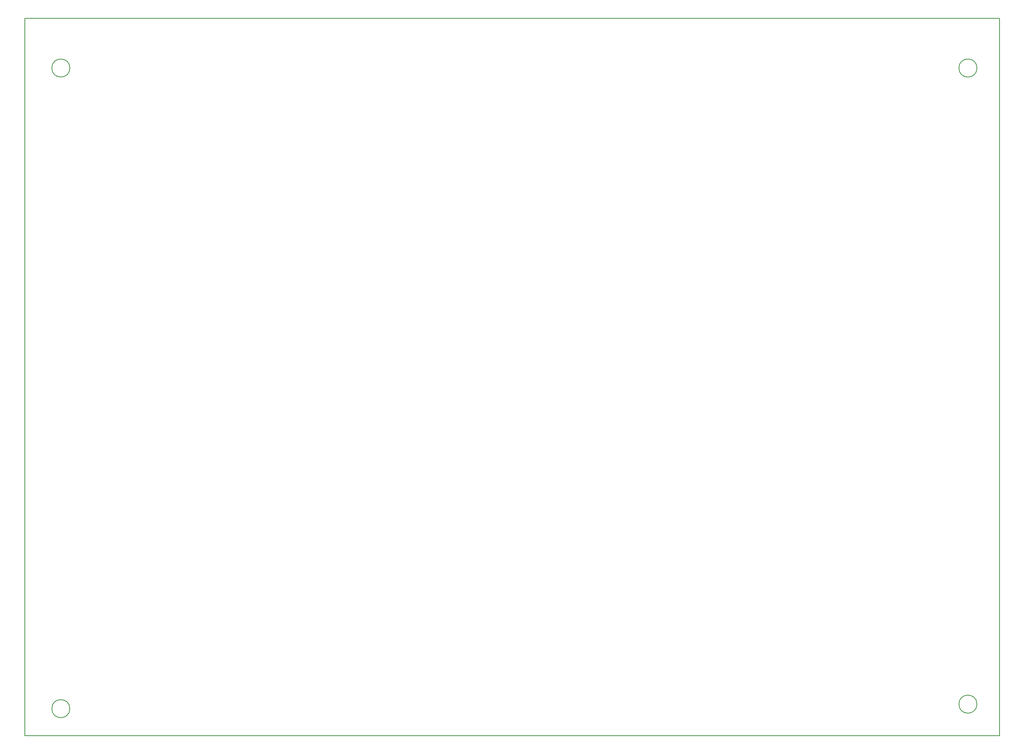
<source format=gbr>
G04 #@! TF.FileFunction,Profile,NP*
%FSLAX46Y46*%
G04 Gerber Fmt 4.6, Leading zero omitted, Abs format (unit mm)*
G04 Created by KiCad (PCBNEW 4.0.4-snap1-stable) date Wed Apr 29 16:08:13 2020*
%MOMM*%
%LPD*%
G01*
G04 APERTURE LIST*
%ADD10C,0.100000*%
%ADD11C,0.150000*%
G04 APERTURE END LIST*
D10*
D11*
X266000000Y-23480000D02*
G75*
G03X266000000Y-23480000I-2000000J0D01*
G01*
X65000000Y-23480000D02*
G75*
G03X65000000Y-23480000I-2000000J0D01*
G01*
X65000000Y-165480000D02*
G75*
G03X65000000Y-165480000I-2000000J0D01*
G01*
X266000000Y-164480000D02*
G75*
G03X266000000Y-164480000I-2000000J0D01*
G01*
X271000000Y-12480000D02*
X55000000Y-12480000D01*
X271000000Y-171480000D02*
X271000000Y-12480000D01*
X55000000Y-171480000D02*
X271000000Y-171480000D01*
X55000000Y-12480000D02*
X55000000Y-171480000D01*
M02*

</source>
